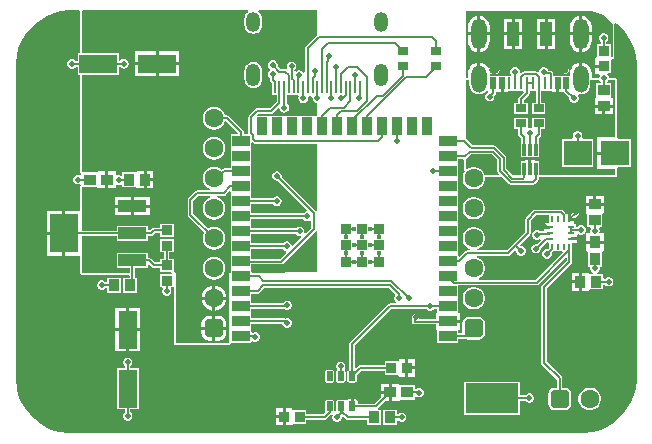
<source format=gtl>
G04*
G04 #@! TF.GenerationSoftware,Altium Limited,Altium Designer,25.2.1 (25)*
G04*
G04 Layer_Physical_Order=1*
G04 Layer_Color=255*
%FSLAX25Y25*%
%MOIN*%
G70*
G04*
G04 #@! TF.SameCoordinates,1EA917CA-CC95-4D02-909B-EEF24D63748B*
G04*
G04*
G04 #@! TF.FilePolarity,Positive*
G04*
G01*
G75*
%ADD21R,0.05906X0.03543*%
%ADD22R,0.03543X0.05906*%
%ADD23R,0.03543X0.03543*%
%ADD24R,0.09646X0.08465*%
%ADD25R,0.00906X0.03937*%
%ADD26R,0.03937X0.03543*%
%ADD27R,0.03347X0.02756*%
%ADD28R,0.03812X0.03963*%
%ADD29R,0.03543X0.03937*%
%ADD30R,0.03937X0.07874*%
%ADD31R,0.01063X0.03937*%
%ADD32R,0.02047X0.03937*%
%ADD33R,0.01181X0.03898*%
%ADD34R,0.12598X0.06299*%
%ADD35R,0.03740X0.03347*%
%ADD36R,0.03347X0.03740*%
G04:AMPARAMS|DCode=37|XSize=21.65mil|YSize=31.5mil|CornerRadius=1.95mil|HoleSize=0mil|Usage=FLASHONLY|Rotation=0.000|XOffset=0mil|YOffset=0mil|HoleType=Round|Shape=RoundedRectangle|*
%AMROUNDEDRECTD37*
21,1,0.02165,0.02760,0,0,0.0*
21,1,0.01776,0.03150,0,0,0.0*
1,1,0.00390,0.00888,-0.01380*
1,1,0.00390,-0.00888,-0.01380*
1,1,0.00390,-0.00888,0.01380*
1,1,0.00390,0.00888,0.01380*
%
%ADD37ROUNDEDRECTD37*%
%ADD38R,0.09449X0.03937*%
%ADD39R,0.09449X0.12992*%
%ADD40R,0.03963X0.03812*%
%ADD41R,0.06299X0.12598*%
G04:AMPARAMS|DCode=65|XSize=33.47mil|YSize=23.62mil|CornerRadius=11.81mil|HoleSize=0mil|Usage=FLASHONLY|Rotation=180.000|XOffset=0mil|YOffset=0mil|HoleType=Round|Shape=RoundedRectangle|*
%AMROUNDEDRECTD65*
21,1,0.03347,0.00000,0,0,180.0*
21,1,0.00984,0.02362,0,0,180.0*
1,1,0.02362,-0.00492,0.00000*
1,1,0.02362,0.00492,0.00000*
1,1,0.02362,0.00492,0.00000*
1,1,0.02362,-0.00492,0.00000*
%
%ADD65ROUNDEDRECTD65*%
%ADD66C,0.02362*%
G04:AMPARAMS|DCode=67|XSize=51.18mil|YSize=102.36mil|CornerRadius=25.59mil|HoleSize=0mil|Usage=FLASHONLY|Rotation=180.000|XOffset=0mil|YOffset=0mil|HoleType=Round|Shape=RoundedRectangle|*
%AMROUNDEDRECTD67*
21,1,0.05118,0.05118,0,0,180.0*
21,1,0.00000,0.10236,0,0,180.0*
1,1,0.05118,0.00000,0.02559*
1,1,0.05118,0.00000,0.02559*
1,1,0.05118,0.00000,-0.02559*
1,1,0.05118,0.00000,-0.02559*
%
%ADD67ROUNDEDRECTD67*%
G04:AMPARAMS|DCode=68|XSize=51.18mil|YSize=90.55mil|CornerRadius=25.59mil|HoleSize=0mil|Usage=FLASHONLY|Rotation=180.000|XOffset=0mil|YOffset=0mil|HoleType=Round|Shape=RoundedRectangle|*
%AMROUNDEDRECTD68*
21,1,0.05118,0.03937,0,0,180.0*
21,1,0.00000,0.09055,0,0,180.0*
1,1,0.05118,0.00000,0.01968*
1,1,0.05118,0.00000,0.01968*
1,1,0.05118,0.00000,-0.01968*
1,1,0.05118,0.00000,-0.01968*
%
%ADD68ROUNDEDRECTD68*%
%ADD69R,0.17717X0.09961*%
%ADD70R,0.01870X0.00984*%
%ADD71R,0.00984X0.01870*%
%ADD72C,0.00600*%
%ADD73C,0.01575*%
%ADD74C,0.06299*%
G04:AMPARAMS|DCode=75|XSize=62.99mil|YSize=62.99mil|CornerRadius=15.75mil|HoleSize=0mil|Usage=FLASHONLY|Rotation=0.000|XOffset=0mil|YOffset=0mil|HoleType=Round|Shape=RoundedRectangle|*
%AMROUNDEDRECTD75*
21,1,0.06299,0.03150,0,0,0.0*
21,1,0.03150,0.06299,0,0,0.0*
1,1,0.03150,0.01575,-0.01575*
1,1,0.03150,-0.01575,-0.01575*
1,1,0.03150,-0.01575,0.01575*
1,1,0.03150,0.01575,0.01575*
%
%ADD75ROUNDEDRECTD75*%
%ADD76O,0.04724X0.07480*%
%ADD77O,0.04724X0.06693*%
G04:AMPARAMS|DCode=78|XSize=62.99mil|YSize=62.99mil|CornerRadius=15.75mil|HoleSize=0mil|Usage=FLASHONLY|Rotation=90.000|XOffset=0mil|YOffset=0mil|HoleType=Round|Shape=RoundedRectangle|*
%AMROUNDEDRECTD78*
21,1,0.06299,0.03150,0,0,90.0*
21,1,0.03150,0.06299,0,0,90.0*
1,1,0.03150,0.01575,0.01575*
1,1,0.03150,0.01575,-0.01575*
1,1,0.03150,-0.01575,-0.01575*
1,1,0.03150,-0.01575,0.01575*
%
%ADD78ROUNDEDRECTD78*%
%ADD79C,0.01968*%
G36*
X101378Y133656D02*
X101179Y133523D01*
X97545Y129889D01*
X97346Y129591D01*
X97276Y129240D01*
Y121172D01*
X96776Y121020D01*
X96511Y121417D01*
X95987Y121766D01*
X95370Y121889D01*
X94753Y121766D01*
X94242Y121425D01*
X94187Y121444D01*
X93777Y121713D01*
X93765Y122013D01*
X93936Y122127D01*
X94285Y122650D01*
X94408Y123268D01*
X94285Y123885D01*
X93936Y124409D01*
X93412Y124759D01*
X92795Y124881D01*
X92177Y124759D01*
X91654Y124409D01*
X91304Y123885D01*
X91181Y123268D01*
X91292Y122710D01*
X91127Y122484D01*
X90935Y122303D01*
X90776Y122334D01*
X89133D01*
X88109Y123358D01*
X88161Y123622D01*
X88038Y124240D01*
X87689Y124763D01*
X87165Y125113D01*
X86548Y125236D01*
X85930Y125113D01*
X85407Y124763D01*
X85057Y124240D01*
X84934Y123622D01*
X85057Y123004D01*
X85407Y122481D01*
X85606Y122348D01*
Y121747D01*
X85407Y121613D01*
X85057Y121090D01*
X84934Y120472D01*
X85057Y119855D01*
X85407Y119331D01*
X85630Y119182D01*
Y118753D01*
X85700Y118402D01*
X85899Y118104D01*
X86252Y117751D01*
Y113673D01*
X87862D01*
Y111443D01*
X85604Y109185D01*
X81245D01*
X80894Y109116D01*
X80596Y108917D01*
X78682Y107003D01*
X78483Y106705D01*
X78413Y106354D01*
Y101048D01*
X78431Y100961D01*
X78085Y100461D01*
X76902D01*
Y101240D01*
X76832Y101591D01*
X76633Y101889D01*
X72007Y106515D01*
X71709Y106714D01*
X71358Y106784D01*
X70590D01*
X70582Y106845D01*
X70205Y107757D01*
X69604Y108540D01*
X68820Y109141D01*
X67908Y109519D01*
X66929Y109648D01*
X65950Y109519D01*
X65038Y109141D01*
X64255Y108540D01*
X63654Y107757D01*
X63276Y106845D01*
X63147Y105866D01*
X63276Y104887D01*
X63654Y103975D01*
X64255Y103192D01*
X65038Y102591D01*
X65950Y102213D01*
X66929Y102084D01*
X67908Y102213D01*
X68820Y102591D01*
X69604Y103192D01*
X70205Y103975D01*
X70543Y104792D01*
X70916Y104859D01*
X71081Y104845D01*
X74966Y100961D01*
X74823Y100461D01*
X72531D01*
Y95961D01*
X72531Y95917D01*
Y95461D01*
X72531Y95417D01*
Y90961D01*
X72531Y90917D01*
Y90461D01*
X72531Y90417D01*
Y89107D01*
X70360D01*
X70009Y89037D01*
X69712Y88838D01*
X69496Y88623D01*
X68820Y89141D01*
X67908Y89519D01*
X66929Y89648D01*
X65950Y89519D01*
X65038Y89141D01*
X64255Y88540D01*
X63654Y87757D01*
X63276Y86845D01*
X63147Y85866D01*
X63276Y84887D01*
X63654Y83975D01*
X64255Y83192D01*
X65038Y82591D01*
X65708Y82314D01*
X65608Y81814D01*
X61211D01*
X60860Y81744D01*
X60562Y81545D01*
X58406Y79389D01*
X58207Y79091D01*
X58138Y78740D01*
Y73740D01*
X58207Y73389D01*
X58406Y73091D01*
X63692Y67806D01*
X63654Y67757D01*
X63276Y66845D01*
X63147Y65866D01*
X63276Y64887D01*
X63654Y63975D01*
X64255Y63192D01*
X65038Y62591D01*
X65950Y62213D01*
X66929Y62084D01*
X67908Y62213D01*
X68820Y62591D01*
X69604Y63192D01*
X70205Y63975D01*
X70582Y64887D01*
X70711Y65866D01*
X70582Y66845D01*
X70205Y67757D01*
X69604Y68540D01*
X68820Y69141D01*
X67908Y69519D01*
X66929Y69648D01*
X65950Y69519D01*
X65038Y69141D01*
X64989Y69104D01*
X59973Y74120D01*
Y78360D01*
X61591Y79978D01*
X65752D01*
X65851Y79478D01*
X65038Y79141D01*
X64255Y78540D01*
X63654Y77757D01*
X63276Y76845D01*
X63147Y75866D01*
X63276Y74887D01*
X63654Y73975D01*
X64255Y73192D01*
X65038Y72591D01*
X65950Y72213D01*
X66929Y72084D01*
X67908Y72213D01*
X68820Y72591D01*
X69604Y73192D01*
X70205Y73975D01*
X70582Y74887D01*
X70711Y75866D01*
X70582Y76845D01*
X70205Y77757D01*
X69604Y78540D01*
X68820Y79141D01*
X68007Y79478D01*
X68106Y79978D01*
X70147D01*
X70499Y80048D01*
X70796Y80247D01*
X72070Y81520D01*
X72531Y81329D01*
Y80961D01*
X72531Y80918D01*
Y80461D01*
X72531Y80418D01*
Y75961D01*
X72531Y75918D01*
Y75461D01*
X72531Y75418D01*
Y70961D01*
X72531Y70917D01*
Y70461D01*
X72531Y70417D01*
Y65961D01*
X72531Y65917D01*
Y65461D01*
X72531Y65417D01*
Y60918D01*
X72531D01*
Y60461D01*
X72531D01*
Y55961D01*
X72531Y55918D01*
Y55461D01*
X72531Y55418D01*
Y54422D01*
X71929Y54420D01*
Y30866D01*
X54245D01*
Y54384D01*
X53918Y54383D01*
X53551Y54883D01*
Y59052D01*
X52099D01*
Y61214D01*
X53551D01*
Y65561D01*
X48811D01*
Y61214D01*
X50263D01*
Y59052D01*
X48811D01*
Y57796D01*
X47230D01*
X45924Y59102D01*
X45627Y59301D01*
X45276Y59371D01*
X44988D01*
Y60922D01*
X34539D01*
Y55985D01*
X38846D01*
Y54352D01*
X23189Y54320D01*
X22835Y54673D01*
Y66591D01*
X34539D01*
Y65040D01*
X44988D01*
Y66591D01*
X45853D01*
X46204Y66660D01*
X46502Y66859D01*
X47230Y67588D01*
X48811D01*
Y66332D01*
X53551D01*
Y70679D01*
X48811D01*
Y69423D01*
X46850D01*
X46499Y69353D01*
X46201Y69155D01*
X45488Y68441D01*
X44988Y68463D01*
Y69977D01*
X34539D01*
Y68426D01*
X22835D01*
Y82578D01*
X23007Y83006D01*
X27723D01*
X27970Y83006D01*
X28223Y82611D01*
Y82506D01*
X30704D01*
Y85412D01*
Y88318D01*
X28223D01*
Y88213D01*
X27970Y87818D01*
X27723Y87818D01*
X23007D01*
X22835Y88247D01*
Y120358D01*
X35146D01*
Y122806D01*
X35646Y122957D01*
X35706Y122867D01*
X36230Y122517D01*
X36847Y122394D01*
X37465Y122517D01*
X37988Y122867D01*
X38338Y123390D01*
X38461Y124008D01*
X38338Y124625D01*
X37988Y125149D01*
X37465Y125499D01*
X36847Y125622D01*
X36230Y125499D01*
X35706Y125149D01*
X35646Y125059D01*
X35146Y125210D01*
Y127657D01*
X22835D01*
Y141591D01*
X23173Y141929D01*
X78181D01*
X78350Y141429D01*
X77907Y141089D01*
X77432Y140470D01*
X77134Y139750D01*
X77032Y138976D01*
Y137008D01*
X77134Y136235D01*
X77432Y135514D01*
X77907Y134895D01*
X78526Y134420D01*
X79246Y134122D01*
X80020Y134020D01*
X80793Y134122D01*
X81514Y134420D01*
X82133Y134895D01*
X82607Y135514D01*
X82906Y136235D01*
X83008Y137008D01*
Y138976D01*
X82906Y139750D01*
X82607Y140470D01*
X82133Y141089D01*
X81689Y141429D01*
X81859Y141929D01*
X101378D01*
Y133656D01*
D02*
G37*
G36*
X192668Y141591D02*
X195059Y140950D01*
X197018Y140138D01*
X199803Y137354D01*
Y126309D01*
X199721Y126275D01*
X199658Y126284D01*
X199221Y126614D01*
Y130461D01*
X197768D01*
Y131226D01*
X198192Y131650D01*
X198433Y132232D01*
Y132862D01*
X198192Y133443D01*
X197747Y133889D01*
X197165Y134130D01*
X196535D01*
X195954Y133889D01*
X195508Y133443D01*
X195267Y132862D01*
Y132232D01*
X195508Y131650D01*
X195932Y131226D01*
Y130461D01*
X194480D01*
Y126343D01*
X194480Y126114D01*
X194093Y125843D01*
X193980D01*
Y123669D01*
X196851D01*
Y122669D01*
X193980D01*
Y120496D01*
X195188D01*
X195459Y119996D01*
X195302Y119616D01*
Y119267D01*
X192842D01*
Y120915D01*
X192719Y121844D01*
X192361Y122710D01*
X191790Y123454D01*
X191047Y124024D01*
X190181Y124383D01*
X189752Y124439D01*
Y118947D01*
X188752D01*
Y124439D01*
X188323Y124383D01*
X187457Y124024D01*
X186714Y123454D01*
X186143Y122710D01*
X185785Y121844D01*
X185662Y120915D01*
Y119939D01*
X180052D01*
Y120809D01*
X179982Y121160D01*
X179783Y121458D01*
X179485Y121657D01*
X179134Y121727D01*
X178382D01*
X178163Y122257D01*
X177717Y122702D01*
X177136Y122943D01*
X176506D01*
X175924Y122702D01*
X175479Y122257D01*
X175238Y121675D01*
Y121503D01*
X175110Y121393D01*
X174738Y121256D01*
X174562Y121374D01*
X174210Y121444D01*
X173327D01*
X173327Y121444D01*
X172247D01*
X172244Y121444D01*
X172242Y121444D01*
X170214D01*
X169863Y121374D01*
X169565Y121175D01*
X169405Y121015D01*
X168905Y121222D01*
Y121537D01*
X168665Y122118D01*
X168219Y122564D01*
X167638Y122804D01*
X167008D01*
X166426Y122564D01*
X165981Y122118D01*
X165740Y121537D01*
Y120907D01*
X165934Y120439D01*
X165714Y119939D01*
X158826D01*
Y120524D01*
X159326Y120792D01*
X159480Y120689D01*
X159941Y120597D01*
X160925D01*
X161386Y120689D01*
X161777Y120950D01*
X162038Y121340D01*
X162129Y121801D01*
X162038Y122262D01*
X161777Y122653D01*
X161386Y122914D01*
X160925Y123005D01*
X159941D01*
X159480Y122914D01*
X159089Y122653D01*
X158979Y122487D01*
X158414Y122543D01*
X158345Y122710D01*
X157775Y123454D01*
X157031Y124024D01*
X156165Y124383D01*
X155736Y124439D01*
Y118947D01*
X154736D01*
Y124439D01*
X154307Y124383D01*
X153441Y124024D01*
X152698Y123454D01*
X152127Y122710D01*
X151769Y121844D01*
X151646Y120915D01*
Y119267D01*
X151120D01*
X150961Y119426D01*
X150961Y141638D01*
X191672Y141722D01*
X192668Y141591D01*
D02*
G37*
G36*
X200787Y99445D02*
X194704D01*
Y94713D01*
X200527D01*
Y93713D01*
X194704D01*
Y88981D01*
X200787D01*
Y86900D01*
X200733Y86845D01*
X175301D01*
Y91524D01*
X173832D01*
Y92024D01*
X172742D01*
Y89075D01*
X171742D01*
Y92024D01*
X170651D01*
Y91524D01*
X169183D01*
Y86845D01*
X166568D01*
X164399Y89014D01*
Y92700D01*
X164329Y93051D01*
X164130Y93349D01*
X160964Y96515D01*
X160666Y96714D01*
X160315Y96784D01*
X153209D01*
X152997Y96996D01*
X152803Y97126D01*
X151090Y98838D01*
X150917Y98954D01*
X151120Y118617D01*
X152050D01*
Y116978D01*
X152158Y116154D01*
X152477Y115385D01*
X152983Y114725D01*
X153643Y114219D01*
X154412Y113900D01*
X155236Y113792D01*
X156061Y113900D01*
X156829Y114219D01*
X157489Y114725D01*
X157809Y115141D01*
X158371Y115053D01*
X158444Y114849D01*
X158319Y114584D01*
X157942Y114428D01*
X157497Y113982D01*
X157256Y113401D01*
Y112771D01*
X157497Y112189D01*
X157942Y111744D01*
X158524Y111503D01*
X159153D01*
X159735Y111744D01*
X160180Y112189D01*
X160421Y112771D01*
Y113371D01*
X160688Y113638D01*
X160887Y113935D01*
X160957Y114287D01*
X160957Y114287D01*
X160969Y114502D01*
X162492D01*
Y117471D01*
X163492D01*
Y114502D01*
X165016D01*
Y115002D01*
X170124D01*
X170252Y114502D01*
X168643Y112893D01*
X168444Y112595D01*
X168374Y112244D01*
Y111012D01*
X167118D01*
Y107256D01*
X171465D01*
Y111012D01*
X170209D01*
Y111864D01*
X171909Y113564D01*
X172108Y113861D01*
X172178Y114213D01*
Y115002D01*
X174279D01*
Y111012D01*
X173024D01*
Y107256D01*
X177370D01*
Y111012D01*
X176114D01*
Y115002D01*
X179472D01*
Y114502D01*
X180996D01*
Y117471D01*
X181996D01*
Y114502D01*
X183520D01*
Y114502D01*
X183941Y114313D01*
X185425Y112829D01*
Y112230D01*
X185666Y111648D01*
X186111Y111203D01*
X186693Y110962D01*
X187323D01*
X187904Y111203D01*
X188350Y111648D01*
X188591Y112230D01*
Y112859D01*
X188365Y113405D01*
X188435Y113577D01*
X188623Y113875D01*
X189252Y113792D01*
X190077Y113900D01*
X190845Y114219D01*
X191505Y114725D01*
X192011Y115385D01*
X192330Y116154D01*
X192438Y116978D01*
Y118617D01*
X195454D01*
X195543Y118404D01*
X195933Y118014D01*
Y117473D01*
X194382D01*
Y113159D01*
X194382Y112930D01*
X193994Y112659D01*
X193882D01*
Y110387D01*
X199819D01*
Y112659D01*
X199706D01*
X199319Y112930D01*
X199319Y113159D01*
Y117473D01*
X197815D01*
X197795Y117973D01*
X198226Y118404D01*
X198314Y118617D01*
X200787D01*
Y99445D01*
D02*
G37*
G36*
X95264Y113232D02*
X95217Y113162D01*
X95094Y112544D01*
X95217Y111927D01*
X95567Y111403D01*
X96091Y111054D01*
X96708Y110931D01*
X97326Y111054D01*
X97849Y111403D01*
X98199Y111927D01*
X98322Y112544D01*
X98291Y112698D01*
X98707Y113173D01*
X99453D01*
X99863Y112673D01*
X99838Y112544D01*
X99961Y111927D01*
X100310Y111403D01*
X100834Y111053D01*
X101378Y110945D01*
Y106563D01*
X100705D01*
X100661Y106563D01*
X100205D01*
X100161Y106563D01*
X95705D01*
X95661Y106563D01*
X95205D01*
X95161Y106563D01*
X90705D01*
X90661Y106563D01*
X90205D01*
X90161Y106563D01*
X85705D01*
X85661Y106563D01*
X85205D01*
X85161Y106563D01*
X81527D01*
X81340Y107001D01*
X81628Y107350D01*
X85984D01*
X86335Y107420D01*
X86633Y107619D01*
X88256Y109242D01*
X88798Y109077D01*
X88863Y108750D01*
X89213Y108227D01*
X89737Y107877D01*
X90354Y107754D01*
X90972Y107877D01*
X91496Y108227D01*
X91845Y108750D01*
X91968Y109368D01*
X91845Y109985D01*
X91496Y110509D01*
X91272Y110658D01*
Y113673D01*
X95029D01*
X95264Y113232D01*
D02*
G37*
G36*
X161452Y91864D02*
Y88189D01*
X161522Y87838D01*
X161721Y87540D01*
X161955Y87307D01*
X161763Y86845D01*
X157163D01*
X157037Y87313D01*
X156544Y88169D01*
X155845Y88867D01*
X154990Y89360D01*
X154037Y89616D01*
X153050D01*
X152096Y89360D01*
X151314Y88909D01*
X151173Y88929D01*
X151109Y88955D01*
X150817Y89149D01*
X150849Y92323D01*
X150943Y92341D01*
X151240Y92540D01*
X152549Y93849D01*
X159468D01*
X161452Y91864D01*
D02*
G37*
G36*
X80060Y97666D02*
X80357Y97467D01*
X80709Y97398D01*
X101378D01*
Y75113D01*
X100878Y74961D01*
X100866Y74979D01*
X89494Y86351D01*
X89547Y86614D01*
X89424Y87232D01*
X89074Y87755D01*
X88551Y88105D01*
X87933Y88228D01*
X87315Y88105D01*
X86792Y87755D01*
X86442Y87232D01*
X86319Y86614D01*
X86442Y85997D01*
X86792Y85473D01*
X87315Y85123D01*
X87933Y85000D01*
X88197Y85053D01*
X97969Y75281D01*
X97963Y75211D01*
X97772Y74771D01*
X97315Y74680D01*
X96792Y74330D01*
X96643Y74107D01*
X79437D01*
Y75418D01*
X79437Y75461D01*
Y75918D01*
X79437Y75961D01*
Y77271D01*
X86624D01*
X86773Y77048D01*
X87297Y76698D01*
X87914Y76575D01*
X88532Y76698D01*
X89055Y77048D01*
X89405Y77572D01*
X89528Y78189D01*
X89405Y78807D01*
X89055Y79330D01*
X88532Y79680D01*
X87914Y79803D01*
X87297Y79680D01*
X86773Y79330D01*
X86624Y79107D01*
X79437D01*
Y80418D01*
X79437Y80461D01*
Y80918D01*
X79437Y80961D01*
Y85417D01*
X79437Y85461D01*
Y85918D01*
X79437Y85961D01*
Y90417D01*
X79437Y90461D01*
Y90917D01*
X79437Y90961D01*
Y95417D01*
X79437Y95461D01*
Y95917D01*
X79437Y95961D01*
Y97636D01*
X79899Y97827D01*
X80060Y97666D01*
D02*
G37*
G36*
X178535Y71037D02*
X176952D01*
Y70045D01*
X178887D01*
Y69045D01*
X176952D01*
Y68332D01*
X175559D01*
X175000Y68563D01*
X174371D01*
X173789Y68322D01*
X173344Y67877D01*
X173103Y67295D01*
Y66666D01*
X173344Y66084D01*
X173789Y65639D01*
X174371Y65398D01*
X175000D01*
X175582Y65639D01*
X175924Y65281D01*
X174655Y64012D01*
X174056D01*
X173474Y63771D01*
X173029Y63326D01*
X172788Y62744D01*
Y62115D01*
X173029Y61533D01*
X173474Y61088D01*
X174056Y60847D01*
X174685D01*
X175267Y61088D01*
X175712Y61533D01*
X175953Y62115D01*
Y62714D01*
X177854Y64615D01*
X178110D01*
X178535Y64434D01*
Y62631D01*
X178173Y62269D01*
X177573D01*
X176992Y62028D01*
X176546Y61583D01*
X176305Y61001D01*
Y60372D01*
X176546Y59790D01*
X176992Y59345D01*
X177573Y59104D01*
X178203D01*
X178785Y59345D01*
X179230Y59790D01*
X179471Y60372D01*
Y60971D01*
X180064Y61564D01*
X183043D01*
X183234Y61102D01*
X174089Y51957D01*
X155272D01*
X155138Y52457D01*
X155845Y52866D01*
X156544Y53564D01*
X157037Y54419D01*
X157293Y55373D01*
Y56360D01*
X157037Y57314D01*
X156544Y58169D01*
X155845Y58867D01*
X154990Y59360D01*
X154661Y59448D01*
X154727Y59948D01*
X164929D01*
X165280Y60018D01*
X165578Y60217D01*
X167209Y61848D01*
X167709Y61641D01*
Y61331D01*
X167950Y60750D01*
X168395Y60304D01*
X168977Y60063D01*
X169606D01*
X170188Y60304D01*
X170633Y60750D01*
X170874Y61331D01*
Y61961D01*
X170633Y62542D01*
X170188Y62988D01*
X169606Y63229D01*
X169296D01*
X169089Y63729D01*
X172190Y66830D01*
X172389Y67128D01*
X172459Y67479D01*
Y71642D01*
X174365Y73548D01*
X178535D01*
Y71037D01*
D02*
G37*
G36*
X96792Y72048D02*
X97315Y71698D01*
X97933Y71575D01*
X98550Y71698D01*
X98800Y71865D01*
X99300Y71597D01*
Y69298D01*
X97491Y67490D01*
X97030Y67736D01*
X97106Y68116D01*
X96983Y68733D01*
X96633Y69257D01*
X96110Y69607D01*
X95492Y69729D01*
X94875Y69607D01*
X94351Y69257D01*
X94251Y69107D01*
X79437D01*
Y70417D01*
X79437Y70461D01*
Y70917D01*
X79437Y70961D01*
Y72272D01*
X96643D01*
X96792Y72048D01*
D02*
G37*
G36*
X94351Y66975D02*
X94875Y66625D01*
X95492Y66502D01*
X95872Y66578D01*
X96118Y66117D01*
X93349Y63348D01*
X92807Y63513D01*
X92748Y63807D01*
X92399Y64330D01*
X91875Y64680D01*
X91258Y64803D01*
X90640Y64680D01*
X90117Y64330D01*
X89967Y64107D01*
X79437D01*
Y65417D01*
X79437Y65461D01*
Y65917D01*
X79437Y65961D01*
Y67272D01*
X94153D01*
X94351Y66975D01*
D02*
G37*
G36*
X90117Y62048D02*
X90640Y61698D01*
X90934Y61640D01*
X91098Y61097D01*
X88990Y58989D01*
X79437D01*
Y60461D01*
X79437D01*
Y60918D01*
X79437D01*
Y62271D01*
X89967D01*
X90117Y62048D01*
D02*
G37*
G36*
X101378Y68136D02*
Y54594D01*
X101331Y54481D01*
X79791Y54436D01*
X79437Y54790D01*
Y55418D01*
X79437Y55461D01*
Y55918D01*
X79437Y55961D01*
Y57153D01*
X89370D01*
X89721Y57223D01*
X90019Y57422D01*
X100866Y68269D01*
X100878Y68287D01*
X101378Y68136D01*
D02*
G37*
G36*
X22185Y141591D02*
Y127657D01*
X21547D01*
Y124925D01*
X21006D01*
X20582Y125350D01*
X20000Y125591D01*
X19370D01*
X18789Y125350D01*
X18343Y124904D01*
X18102Y124323D01*
Y123693D01*
X18343Y123111D01*
X18789Y122666D01*
X19370Y122425D01*
X20000D01*
X20582Y122666D01*
X21006Y123090D01*
X21547D01*
Y120358D01*
X22185D01*
Y88247D01*
X22233Y88130D01*
X22232Y88004D01*
X22405Y87575D01*
X22498Y87481D01*
X22548Y87359D01*
X22665Y87311D01*
X22704Y87271D01*
X22708Y87103D01*
X22706Y87100D01*
X22214Y86807D01*
X21862Y86953D01*
X21232D01*
X20651Y86712D01*
X20206Y86267D01*
X19964Y85685D01*
Y85055D01*
X20206Y84474D01*
X20651Y84028D01*
X21232Y83787D01*
X21862D01*
X22127Y83897D01*
X22658Y83589D01*
X22658Y83583D01*
X22631Y83500D01*
X22548Y83465D01*
X22498Y83343D01*
X22405Y83249D01*
X22232Y82821D01*
X22233Y82695D01*
X22185Y82578D01*
Y75004D01*
X17429D01*
Y67508D01*
X16929D01*
D01*
X17429D01*
Y60012D01*
X22185D01*
Y54673D01*
X22185Y54673D01*
X22185Y54672D01*
X22280Y54445D01*
X22375Y54214D01*
X22376Y54214D01*
X22376Y54214D01*
X22730Y53860D01*
X22730Y53860D01*
X22730Y53860D01*
X22958Y53766D01*
X23189Y53671D01*
X23189Y53671D01*
X23190Y53671D01*
X38492Y53702D01*
X38846Y53349D01*
Y52665D01*
X36605D01*
Y47728D01*
X41148D01*
Y52665D01*
X40681D01*
Y55985D01*
X44988D01*
Y56789D01*
X45450Y56981D01*
X46201Y56230D01*
X46499Y56031D01*
X46850Y55961D01*
X48811D01*
Y54705D01*
X52682D01*
X52836Y54427D01*
X52559Y53933D01*
X48811D01*
Y49587D01*
X49654D01*
X49861Y49087D01*
X49839Y49065D01*
X49598Y48483D01*
Y47854D01*
X49839Y47272D01*
X50284Y46827D01*
X50866Y46586D01*
X51496D01*
X52077Y46827D01*
X52523Y47272D01*
X52763Y47854D01*
Y48483D01*
X52523Y49065D01*
X52501Y49087D01*
X52708Y49587D01*
X53551D01*
X53595Y49105D01*
Y30866D01*
X53785Y30407D01*
X54245Y30217D01*
X71929D01*
X72388Y30407D01*
X72579Y30866D01*
Y30918D01*
X79437D01*
Y31260D01*
X79937Y31553D01*
X80281Y31410D01*
X80911D01*
X81492Y31651D01*
X81938Y32096D01*
X82178Y32678D01*
Y33308D01*
X81938Y33889D01*
X81492Y34335D01*
X80911Y34576D01*
X80281D01*
X79937Y34433D01*
X79437Y34725D01*
X79437Y34726D01*
Y35461D01*
X79437D01*
Y35917D01*
X79437D01*
Y37271D01*
X89789D01*
X90025Y36702D01*
X90470Y36257D01*
X91052Y36016D01*
X91682D01*
X92264Y36257D01*
X92709Y36702D01*
X92950Y37284D01*
Y37913D01*
X92709Y38495D01*
X92264Y38940D01*
X91682Y39181D01*
X91052D01*
X90842Y39094D01*
X90776Y39107D01*
X79437D01*
Y40461D01*
X79437D01*
Y40918D01*
X79437D01*
Y42272D01*
X90380D01*
X90470Y42181D01*
X91052Y41940D01*
X91682D01*
X92264Y42181D01*
X92709Y42626D01*
X92950Y43208D01*
Y43837D01*
X92709Y44419D01*
X92264Y44864D01*
X91682Y45105D01*
X91052D01*
X90470Y44864D01*
X90025Y44419D01*
X89896Y44107D01*
X79437D01*
Y45461D01*
X79437D01*
Y45917D01*
X79437D01*
Y47429D01*
X81517D01*
X81868Y47499D01*
X82166Y47698D01*
X83747Y49279D01*
X125140D01*
X127449Y46970D01*
X127241Y46763D01*
X127000Y46181D01*
Y45551D01*
X127241Y44970D01*
X127604Y44607D01*
X127513Y44218D01*
X127451Y44107D01*
X125517D01*
X125165Y44037D01*
X124868Y43838D01*
X112314Y31284D01*
X112115Y30986D01*
X112045Y30635D01*
Y21929D01*
X111804Y21881D01*
X111574Y21727D01*
X111420Y21497D01*
X111366Y21226D01*
Y18467D01*
X111420Y18195D01*
X111574Y17966D01*
X111804Y17812D01*
X112075Y17758D01*
X113850D01*
X114121Y17812D01*
X114351Y17966D01*
X114505Y18195D01*
X114559Y18467D01*
Y20145D01*
X116135Y21721D01*
X123851D01*
Y20269D01*
X127969D01*
X128197Y20269D01*
X128469Y19881D01*
Y19769D01*
X130642D01*
Y22639D01*
Y25509D01*
X128469D01*
Y25396D01*
X128197Y25009D01*
X127969Y25009D01*
X123851D01*
Y23556D01*
X115755D01*
X115404Y23486D01*
X115106Y23288D01*
X114342Y22524D01*
X113880Y22715D01*
Y30255D01*
X125897Y42272D01*
X137742D01*
X138166Y41847D01*
X138748Y41607D01*
X139378D01*
X139959Y41847D01*
X140384Y42272D01*
X141429D01*
Y40961D01*
X140929D01*
Y38946D01*
X135313D01*
X135185Y39098D01*
X134998Y39446D01*
X135048Y39696D01*
X134978Y40047D01*
X134779Y40345D01*
X134481Y40544D01*
X134130Y40613D01*
X133779Y40544D01*
X133481Y40345D01*
X133251Y40115D01*
X133052Y39817D01*
X132983Y39466D01*
Y38028D01*
X133052Y37677D01*
X133251Y37379D01*
X133549Y37180D01*
X133900Y37111D01*
X140929D01*
Y35418D01*
X141429D01*
Y30918D01*
X148335D01*
Y32272D01*
X150866D01*
X151028Y32304D01*
X151120Y32243D01*
X151968Y32074D01*
X155118D01*
X155967Y32243D01*
X156686Y32723D01*
X157167Y33443D01*
X157335Y34291D01*
Y37441D01*
X157167Y38289D01*
X156686Y39009D01*
X155967Y39490D01*
X155118Y39658D01*
X151968D01*
X151120Y39490D01*
X150400Y39009D01*
X149920Y38289D01*
X149751Y37441D01*
Y34291D01*
X149600Y34107D01*
X148335D01*
Y35418D01*
X148835D01*
Y37689D01*
X144882D01*
Y38689D01*
X148835D01*
Y40961D01*
X148335D01*
Y45417D01*
X148335Y45461D01*
Y45917D01*
X148335Y45961D01*
Y50122D01*
X174469D01*
X174820Y50192D01*
X175118Y50391D01*
X184053Y59326D01*
X184515Y59134D01*
Y58330D01*
X176315Y50130D01*
X176116Y49833D01*
X176047Y49482D01*
Y24366D01*
X176116Y24015D01*
X176315Y23717D01*
X181267Y18766D01*
Y16105D01*
X180610D01*
X179761Y15936D01*
X179042Y15455D01*
X178561Y14736D01*
X178392Y13887D01*
Y10738D01*
X178561Y9889D01*
X179042Y9170D01*
X179761Y8689D01*
X180610Y8520D01*
X183759D01*
X184608Y8689D01*
X185327Y9170D01*
X185808Y9889D01*
X185977Y10738D01*
Y13887D01*
X185808Y14736D01*
X185327Y15455D01*
X184608Y15936D01*
X183759Y16105D01*
X183102D01*
Y19146D01*
X183032Y19497D01*
X182833Y19794D01*
X177882Y24746D01*
Y49102D01*
X186081Y57301D01*
X186280Y57599D01*
X186350Y57950D01*
Y61564D01*
X186425D01*
Y64116D01*
X188007D01*
Y65108D01*
X186072D01*
Y66108D01*
X188007D01*
Y66963D01*
X188144Y67103D01*
X188429Y67289D01*
X188937Y67078D01*
X189567D01*
X190149Y67319D01*
X190594Y67764D01*
X190835Y68346D01*
Y68976D01*
X190594Y69557D01*
X190149Y70003D01*
X189567Y70244D01*
X188937D01*
X188356Y70003D01*
X188007Y69654D01*
X187554Y69779D01*
X187507Y69808D01*
Y70537D01*
X186925D01*
Y71653D01*
X185607D01*
X185597Y71677D01*
X185433Y71745D01*
Y72153D01*
X184933D01*
Y74088D01*
X184141D01*
X184113Y74131D01*
X183129Y75115D01*
X182831Y75314D01*
X182480Y75384D01*
X173985D01*
X173634Y75314D01*
X173337Y75115D01*
X170893Y72671D01*
X170694Y72373D01*
X170624Y72022D01*
Y67859D01*
X166772Y64008D01*
X164549Y61784D01*
X154727D01*
X154661Y62284D01*
X154990Y62372D01*
X155845Y62866D01*
X156544Y63564D01*
X157037Y64419D01*
X157293Y65373D01*
Y66360D01*
X157037Y67313D01*
X156544Y68168D01*
X155845Y68867D01*
X154990Y69360D01*
X154037Y69616D01*
X153050D01*
X152096Y69360D01*
X151241Y68867D01*
X150543Y68168D01*
X150049Y67313D01*
X149794Y66360D01*
Y65373D01*
X150049Y64419D01*
X150543Y63564D01*
X151241Y62866D01*
X152096Y62372D01*
X152425Y62284D01*
X152360Y61784D01*
X151220D01*
X150869Y61714D01*
X150571Y61515D01*
X148797Y59740D01*
X148335Y59932D01*
Y60417D01*
X148335Y60461D01*
Y60918D01*
X148335Y60961D01*
Y65417D01*
X148335Y65461D01*
Y65917D01*
X148335Y65961D01*
Y70417D01*
X148335Y70461D01*
Y70917D01*
X148335Y70961D01*
Y75418D01*
X148335Y75461D01*
Y75918D01*
X148335Y75961D01*
Y80418D01*
X148335Y80461D01*
Y80918D01*
X148335Y80961D01*
Y85417D01*
X148335Y85461D01*
Y85918D01*
X148335Y85961D01*
Y90417D01*
X148335Y90461D01*
Y90917D01*
X148335Y90961D01*
Y92272D01*
X149844D01*
X150196Y91916D01*
X150167Y89156D01*
X150193Y89091D01*
X150180Y89022D01*
X150283Y88867D01*
X150353Y88695D01*
X150359Y88692D01*
X150503Y88370D01*
X150543Y88169D01*
X150049Y87313D01*
X149794Y86360D01*
Y85373D01*
X150049Y84419D01*
X150543Y83564D01*
X151241Y82866D01*
X152096Y82372D01*
X153050Y82117D01*
X154037D01*
X154990Y82372D01*
X155845Y82866D01*
X156544Y83564D01*
X157037Y84419D01*
X157293Y85373D01*
Y86196D01*
X161763D01*
X161883Y86245D01*
X162012D01*
X162103Y86336D01*
X162222Y86386D01*
X162734Y86528D01*
X165265Y83997D01*
X165562Y83798D01*
X165914Y83728D01*
X173228D01*
X173580Y83798D01*
X173877Y83997D01*
X174859Y84979D01*
X175058Y85276D01*
X175128Y85628D01*
Y86080D01*
X175301Y86196D01*
X200733D01*
X201192Y86386D01*
X201247Y86440D01*
X201437Y86900D01*
Y88981D01*
X201771Y89481D01*
X205850D01*
Y98945D01*
X201771D01*
X201437Y99445D01*
Y118617D01*
X201247Y119077D01*
X200787Y119267D01*
X198467D01*
Y119616D01*
X198226Y120197D01*
X197927Y120496D01*
X198135Y120996D01*
X199221D01*
Y125261D01*
X199241Y125309D01*
X199248Y125319D01*
X199362Y125432D01*
X199599Y125636D01*
X199634Y125632D01*
X199708Y125651D01*
X199749Y125641D01*
X199789Y125665D01*
X199800Y125660D01*
X199803Y125659D01*
X199839Y125674D01*
X199962Y125673D01*
X200045Y125706D01*
X200094Y125753D01*
X200114Y125759D01*
X200134Y125793D01*
X200140Y125798D01*
X200262Y125849D01*
X200263Y125851D01*
X200310Y125965D01*
X200400Y126053D01*
X200402Y126186D01*
X200452Y126309D01*
Y137354D01*
X200427Y137416D01*
X200837Y137731D01*
X201453Y137258D01*
X203203Y135508D01*
X204710Y133544D01*
X205948Y131401D01*
X206895Y129114D01*
X207536Y126723D01*
X207859Y124269D01*
Y123031D01*
Y19685D01*
Y18447D01*
X207536Y15993D01*
X206895Y13602D01*
X205948Y11316D01*
X204710Y9172D01*
X203203Y7208D01*
X201453Y5458D01*
X199489Y3951D01*
X197346Y2714D01*
X195059Y1767D01*
X192668Y1126D01*
X190214Y803D01*
X18447D01*
X15993Y1126D01*
X13602Y1767D01*
X11316Y2714D01*
X9172Y3951D01*
X7208Y5458D01*
X5458Y7208D01*
X3951Y9172D01*
X2714Y11316D01*
X1767Y13602D01*
X1126Y15993D01*
X803Y18447D01*
Y19685D01*
Y123031D01*
Y124269D01*
X1126Y126723D01*
X1767Y129114D01*
X2714Y131401D01*
X3951Y133544D01*
X5458Y135508D01*
X7208Y137258D01*
X9172Y138765D01*
X11316Y140003D01*
X13602Y140950D01*
X15993Y141591D01*
X18447Y141914D01*
X21969D01*
X22185Y141591D01*
D02*
G37*
%LPC*%
G36*
X55331Y128157D02*
X48531D01*
Y124508D01*
X55331D01*
Y128157D01*
D02*
G37*
G36*
X47532D02*
X40732D01*
Y124508D01*
X47532D01*
Y128157D01*
D02*
G37*
G36*
X55331Y123508D02*
X48531D01*
Y119858D01*
X55331D01*
Y123508D01*
D02*
G37*
G36*
X47532D02*
X40732D01*
Y119858D01*
X47532D01*
Y123508D01*
D02*
G37*
G36*
X80020Y124641D02*
X79246Y124539D01*
X78526Y124241D01*
X77907Y123766D01*
X77432Y123147D01*
X77134Y122427D01*
X77032Y121653D01*
Y118898D01*
X77134Y118124D01*
X77432Y117404D01*
X77907Y116785D01*
X78526Y116310D01*
X79246Y116012D01*
X80020Y115910D01*
X80793Y116012D01*
X81514Y116310D01*
X82133Y116785D01*
X82607Y117404D01*
X82906Y118124D01*
X83008Y118898D01*
Y121653D01*
X82906Y122427D01*
X82607Y123147D01*
X82133Y123766D01*
X81514Y124241D01*
X80793Y124539D01*
X80020Y124641D01*
D02*
G37*
G36*
X66929Y99648D02*
X65950Y99519D01*
X65038Y99141D01*
X64255Y98540D01*
X63654Y97757D01*
X63276Y96845D01*
X63147Y95866D01*
X63276Y94887D01*
X63654Y93975D01*
X64255Y93192D01*
X65038Y92591D01*
X65950Y92213D01*
X66929Y92084D01*
X67908Y92213D01*
X68820Y92591D01*
X69604Y93192D01*
X70205Y93975D01*
X70582Y94887D01*
X70711Y95866D01*
X70582Y96845D01*
X70205Y97757D01*
X69604Y98540D01*
X68820Y99141D01*
X67908Y99519D01*
X66929Y99648D01*
D02*
G37*
G36*
X43494Y88381D02*
X41222D01*
Y88268D01*
X40950Y87881D01*
X40722Y87881D01*
X36407D01*
Y87032D01*
X35907Y86765D01*
X35763Y86861D01*
X35146Y86984D01*
X34685Y86892D01*
X34185Y87187D01*
Y88318D01*
X31704D01*
Y85412D01*
Y82506D01*
X34185D01*
Y83553D01*
X34685Y83848D01*
X35146Y83756D01*
X35763Y83879D01*
X35907Y83975D01*
X36407Y83708D01*
Y82944D01*
X40722D01*
X40950Y82944D01*
X41222Y82556D01*
Y82444D01*
X43494D01*
Y85412D01*
Y88381D01*
D02*
G37*
G36*
X46765D02*
X44494D01*
Y85912D01*
X46765D01*
Y88381D01*
D02*
G37*
G36*
Y84912D02*
X44494D01*
Y82444D01*
X46765D01*
Y84912D01*
D02*
G37*
G36*
X45488Y79532D02*
X40264D01*
Y77063D01*
X45488D01*
Y79532D01*
D02*
G37*
G36*
X39264D02*
X34039D01*
Y77063D01*
X39264D01*
Y79532D01*
D02*
G37*
G36*
X45488Y76063D02*
X40264D01*
Y73595D01*
X45488D01*
Y76063D01*
D02*
G37*
G36*
X39264D02*
X34039D01*
Y73595D01*
X39264D01*
Y76063D01*
D02*
G37*
G36*
X66929Y59648D02*
X65950Y59519D01*
X65038Y59141D01*
X64255Y58540D01*
X63654Y57757D01*
X63276Y56845D01*
X63147Y55866D01*
X63276Y54887D01*
X63654Y53975D01*
X64255Y53192D01*
X65038Y52591D01*
X65950Y52213D01*
X66929Y52084D01*
X67908Y52213D01*
X68820Y52591D01*
X69604Y53192D01*
X70205Y53975D01*
X70582Y54887D01*
X70711Y55866D01*
X70582Y56845D01*
X70205Y57757D01*
X69604Y58540D01*
X68820Y59141D01*
X67908Y59519D01*
X66929Y59648D01*
D02*
G37*
G36*
X67429Y49986D02*
Y46366D01*
X71049D01*
X70972Y46949D01*
X70554Y47959D01*
X69889Y48826D01*
X69022Y49491D01*
X68012Y49909D01*
X67429Y49986D01*
D02*
G37*
G36*
X66429D02*
X65846Y49909D01*
X64837Y49491D01*
X63970Y48826D01*
X63305Y47959D01*
X62886Y46949D01*
X62810Y46366D01*
X66429D01*
Y49986D01*
D02*
G37*
G36*
X71049Y45366D02*
X67429D01*
Y41747D01*
X68012Y41823D01*
X69022Y42241D01*
X69889Y42907D01*
X70554Y43773D01*
X70972Y44783D01*
X71049Y45366D01*
D02*
G37*
G36*
X66429D02*
X62810D01*
X62886Y44783D01*
X63305Y43773D01*
X63970Y42907D01*
X64837Y42241D01*
X65846Y41823D01*
X66429Y41747D01*
Y45366D01*
D02*
G37*
G36*
X68504Y40038D02*
X67429D01*
Y36366D01*
X71101D01*
Y37441D01*
X71013Y38113D01*
X70753Y38739D01*
X70340Y39277D01*
X69802Y39690D01*
X69176Y39950D01*
X68504Y40038D01*
D02*
G37*
G36*
X66429D02*
X65354D01*
X64682Y39950D01*
X64056Y39690D01*
X63518Y39277D01*
X63105Y38739D01*
X62846Y38113D01*
X62757Y37441D01*
Y36366D01*
X66429D01*
Y40038D01*
D02*
G37*
G36*
X71101Y35366D02*
X67429D01*
Y31694D01*
X68504D01*
X69176Y31783D01*
X69802Y32042D01*
X70340Y32455D01*
X70753Y32993D01*
X71013Y33619D01*
X71101Y34291D01*
Y35366D01*
D02*
G37*
G36*
X66429D02*
X62757D01*
Y34291D01*
X62846Y33619D01*
X63105Y32993D01*
X63518Y32455D01*
X64056Y32042D01*
X64682Y31783D01*
X65354Y31694D01*
X66429D01*
Y35366D01*
D02*
G37*
G36*
X189752Y140089D02*
Y134506D01*
X192842D01*
Y136565D01*
X192719Y137494D01*
X192361Y138360D01*
X191790Y139103D01*
X191047Y139674D01*
X190181Y140032D01*
X189752Y140089D01*
D02*
G37*
G36*
X180725Y138943D02*
X178256D01*
Y134506D01*
X180725D01*
Y138943D01*
D02*
G37*
G36*
X155736Y140089D02*
Y134506D01*
X158826D01*
Y136565D01*
X158704Y137494D01*
X158345Y138360D01*
X157775Y139103D01*
X157031Y139674D01*
X156165Y140032D01*
X155736Y140089D01*
D02*
G37*
G36*
X169701Y138943D02*
X167232D01*
Y134506D01*
X169701D01*
Y138943D01*
D02*
G37*
G36*
X166232D02*
X163764D01*
Y134506D01*
X166232D01*
Y138943D01*
D02*
G37*
G36*
X177256D02*
X174788D01*
Y134506D01*
X177256D01*
Y138943D01*
D02*
G37*
G36*
X154736Y140089D02*
X154307Y140032D01*
X153441Y139674D01*
X152698Y139103D01*
X152127Y138360D01*
X151769Y137494D01*
X151646Y136565D01*
Y134506D01*
X154736D01*
Y140089D01*
D02*
G37*
G36*
X188752Y140089D02*
X188323Y140032D01*
X187457Y139674D01*
X186714Y139103D01*
X186143Y138360D01*
X185785Y137494D01*
X185662Y136565D01*
Y134506D01*
X188752D01*
Y140089D01*
D02*
G37*
G36*
X180725Y133506D02*
X178256D01*
Y129069D01*
X180725D01*
Y133506D01*
D02*
G37*
G36*
X177256D02*
X174788D01*
Y129069D01*
X177256D01*
Y133506D01*
D02*
G37*
G36*
X169701D02*
X167232D01*
Y129069D01*
X169701D01*
Y133506D01*
D02*
G37*
G36*
X166232D02*
X163764D01*
Y129069D01*
X166232D01*
Y133506D01*
D02*
G37*
G36*
X154736D02*
X151646D01*
Y131447D01*
X151769Y130518D01*
X152127Y129652D01*
X152698Y128909D01*
X153441Y128338D01*
X154307Y127980D01*
X154736Y127923D01*
Y133506D01*
D02*
G37*
G36*
X192842D02*
X189752D01*
Y127923D01*
X190181Y127980D01*
X191047Y128338D01*
X191790Y128909D01*
X192361Y129652D01*
X192719Y130518D01*
X192842Y131447D01*
Y133506D01*
D02*
G37*
G36*
X188752D02*
X185662D01*
Y131447D01*
X185785Y130518D01*
X186143Y129652D01*
X186714Y128909D01*
X187457Y128338D01*
X188323Y127980D01*
X188752Y127923D01*
Y133506D01*
D02*
G37*
G36*
X158826D02*
X155736D01*
Y127923D01*
X156165Y127980D01*
X157031Y128338D01*
X157775Y128909D01*
X158345Y129652D01*
X158704Y130518D01*
X158826Y131447D01*
Y133506D01*
D02*
G37*
G36*
X184290Y122982D02*
X183820D01*
X183386Y122802D01*
X183054Y122470D01*
X182874Y122036D01*
Y121566D01*
X183054Y121132D01*
X183386Y120800D01*
X183820Y120620D01*
X184290D01*
X184724Y120800D01*
X185056Y121132D01*
X185236Y121566D01*
Y122036D01*
X185056Y122470D01*
X184724Y122802D01*
X184290Y122982D01*
D02*
G37*
G36*
X199819Y109387D02*
X197350D01*
Y107115D01*
X199819D01*
Y109387D01*
D02*
G37*
G36*
X196350D02*
X193882D01*
Y107115D01*
X196350D01*
Y109387D01*
D02*
G37*
G36*
X177370Y106090D02*
X173024D01*
Y102889D01*
X172608Y102612D01*
X172561Y102631D01*
X171932D01*
X171880Y102610D01*
X171465Y102887D01*
Y106090D01*
X167118D01*
Y102334D01*
X168374D01*
Y100706D01*
X168444Y100355D01*
X168643Y100057D01*
X169356Y99344D01*
Y97862D01*
X169183D01*
Y92965D01*
X175301D01*
Y97862D01*
X175128D01*
Y99340D01*
X175846Y100057D01*
X176045Y100355D01*
X176114Y100706D01*
Y102334D01*
X177370D01*
Y106090D01*
D02*
G37*
G36*
X188440Y101546D02*
X187810D01*
X187229Y101305D01*
X186783Y100860D01*
X186542Y100278D01*
Y99648D01*
X186627Y99445D01*
X186293Y98945D01*
X182802D01*
Y89481D01*
X193448D01*
Y98945D01*
X189958D01*
X189624Y99445D01*
X189708Y99648D01*
Y100278D01*
X189467Y100860D01*
X189022Y101305D01*
X188440Y101546D01*
D02*
G37*
G36*
X196866Y79895D02*
X194397D01*
Y77623D01*
X196866D01*
Y79895D01*
D02*
G37*
G36*
X193397D02*
X190929D01*
Y77623D01*
X193397D01*
Y79895D01*
D02*
G37*
G36*
X187659Y75384D02*
X187308Y75314D01*
X187010Y75115D01*
X186836Y74854D01*
X186070Y74088D01*
X185933D01*
Y72653D01*
X187230D01*
X188308Y73730D01*
X188507Y74028D01*
X188576Y74379D01*
Y74466D01*
X188507Y74817D01*
X188308Y75115D01*
X188010Y75314D01*
X187659Y75384D01*
D02*
G37*
G36*
X154037Y79616D02*
X153050D01*
X152096Y79360D01*
X151241Y78867D01*
X150543Y78168D01*
X150049Y77314D01*
X149794Y76360D01*
Y75372D01*
X150049Y74419D01*
X150543Y73564D01*
X151241Y72866D01*
X152096Y72372D01*
X153050Y72117D01*
X154037D01*
X154990Y72372D01*
X155845Y72866D01*
X156544Y73564D01*
X157037Y74419D01*
X157293Y75372D01*
Y76360D01*
X157037Y77314D01*
X156544Y78168D01*
X155845Y78867D01*
X154990Y79360D01*
X154037Y79616D01*
D02*
G37*
G36*
X16429Y75004D02*
X11205D01*
Y68008D01*
X16429D01*
Y75004D01*
D02*
G37*
G36*
X196866Y76623D02*
X193897D01*
X190929D01*
Y74352D01*
X191042D01*
X191429Y74080D01*
X191429Y73852D01*
Y69537D01*
X192197D01*
X192471Y69037D01*
X192315Y68661D01*
Y68031D01*
X192369Y67901D01*
X192091Y67485D01*
X190992D01*
Y65004D01*
X193898D01*
X196804D01*
Y67485D01*
X195704D01*
X195426Y67901D01*
X195480Y68031D01*
Y68661D01*
X195325Y69037D01*
X195598Y69537D01*
X196366D01*
Y73852D01*
X196366Y74080D01*
X196754Y74352D01*
X196866D01*
Y76623D01*
D02*
G37*
G36*
X16429Y67008D02*
X11205D01*
Y60012D01*
X16429D01*
Y67008D01*
D02*
G37*
G36*
X196804Y64004D02*
X193898D01*
X190992D01*
Y61523D01*
X191096D01*
X191492Y61270D01*
X191492Y61023D01*
Y56307D01*
X192202D01*
X192315Y56138D01*
Y55508D01*
X192556Y54926D01*
X193001Y54481D01*
X193284Y54364D01*
X193184Y53864D01*
X192160Y53864D01*
X191889Y54251D01*
Y54364D01*
X189617D01*
Y51395D01*
Y48427D01*
X191889D01*
Y48540D01*
X192160Y48927D01*
X192389Y48927D01*
X196704D01*
Y50340D01*
X197204Y50421D01*
X197571Y50054D01*
X198152Y49813D01*
X198782D01*
X199364Y50054D01*
X199809Y50499D01*
X200050Y51081D01*
Y51710D01*
X199809Y52292D01*
X199364Y52737D01*
X198782Y52978D01*
X198152D01*
X197571Y52737D01*
X197204Y52370D01*
X196704Y52451D01*
Y53864D01*
X194611D01*
X194512Y54364D01*
X194794Y54481D01*
X195239Y54926D01*
X195480Y55508D01*
Y56138D01*
X195594Y56307D01*
X196304D01*
Y61023D01*
X196304Y61270D01*
X196699Y61523D01*
X196804D01*
Y64004D01*
D02*
G37*
G36*
X188617Y54364D02*
X186345D01*
Y51895D01*
X188617D01*
Y54364D01*
D02*
G37*
G36*
X35833Y52665D02*
X31290D01*
Y51255D01*
X30790Y51173D01*
X30424Y51539D01*
X29842Y51780D01*
X29213D01*
X28631Y51539D01*
X28186Y51093D01*
X27945Y50512D01*
Y49882D01*
X28186Y49300D01*
X28631Y48855D01*
X29213Y48614D01*
X29842D01*
X30424Y48855D01*
X30790Y49221D01*
X31290Y49139D01*
Y47728D01*
X35833D01*
Y52665D01*
D02*
G37*
G36*
X188617Y50895D02*
X186345D01*
Y48427D01*
X188617D01*
Y50895D01*
D02*
G37*
G36*
X154037Y49616D02*
X153050D01*
X152096Y49360D01*
X151241Y48867D01*
X150543Y48169D01*
X150049Y47313D01*
X149794Y46360D01*
Y45373D01*
X150049Y44419D01*
X150543Y43564D01*
X151241Y42866D01*
X152096Y42372D01*
X153050Y42117D01*
X154037D01*
X154990Y42372D01*
X155845Y42866D01*
X156544Y43564D01*
X157037Y44419D01*
X157293Y45373D01*
Y46360D01*
X157037Y47313D01*
X156544Y48169D01*
X155845Y48867D01*
X154990Y49360D01*
X154037Y49616D01*
D02*
G37*
G36*
X42338Y42732D02*
X38689D01*
Y35933D01*
X42338D01*
Y42732D01*
D02*
G37*
G36*
X37689D02*
X34039D01*
Y35933D01*
X37689D01*
Y42732D01*
D02*
G37*
G36*
X42338Y34933D02*
X38689D01*
Y28134D01*
X42338D01*
Y34933D01*
D02*
G37*
G36*
X37689D02*
X34039D01*
Y28134D01*
X37689D01*
Y34933D01*
D02*
G37*
G36*
X133815Y25509D02*
X131642D01*
Y23139D01*
X133815D01*
Y25509D01*
D02*
G37*
G36*
Y22139D02*
X131642D01*
Y19769D01*
X133815D01*
Y22139D01*
D02*
G37*
G36*
X109481Y24750D02*
X108851D01*
X108269Y24509D01*
X107824Y24064D01*
X107583Y23482D01*
Y22852D01*
X107824Y22271D01*
X107834Y21727D01*
X107680Y21497D01*
X107626Y21226D01*
Y18467D01*
X107680Y18195D01*
X107834Y17966D01*
X108063Y17812D01*
X108335Y17758D01*
X110110D01*
X110381Y17812D01*
X110611Y17966D01*
X110765Y18195D01*
X110819Y18467D01*
Y21226D01*
X110765Y21497D01*
X110611Y21727D01*
X110509Y22261D01*
X110534Y22334D01*
X110748Y22852D01*
Y23482D01*
X110508Y24064D01*
X110062Y24509D01*
X109481Y24750D01*
D02*
G37*
G36*
X106370Y21935D02*
X104595D01*
X104323Y21881D01*
X104094Y21727D01*
X103940Y21497D01*
X103886Y21226D01*
Y18467D01*
X103940Y18195D01*
X104094Y17966D01*
X104323Y17812D01*
X104595Y17758D01*
X106370D01*
X106641Y17812D01*
X106871Y17966D01*
X107025Y18195D01*
X107079Y18467D01*
Y21226D01*
X107025Y21497D01*
X106871Y21727D01*
X106641Y21881D01*
X106370Y21935D01*
D02*
G37*
G36*
X125225Y17398D02*
X122744D01*
Y14992D01*
X125225D01*
Y17398D01*
D02*
G37*
G36*
X128706D02*
X126225D01*
Y14492D01*
Y11586D01*
X128706D01*
Y11691D01*
X128959Y12086D01*
X129206Y12086D01*
X133922D01*
Y12849D01*
X134422Y13057D01*
X134426Y13052D01*
X135008Y12811D01*
X135638D01*
X136219Y13052D01*
X136664Y13497D01*
X136905Y14079D01*
Y14708D01*
X136664Y15290D01*
X136219Y15735D01*
X135638Y15976D01*
X135008D01*
X134426Y15735D01*
X134422Y15731D01*
X133922Y15938D01*
Y16898D01*
X129206D01*
X128959Y16898D01*
X128706Y17293D01*
Y17398D01*
D02*
G37*
G36*
X169093Y18004D02*
X150377D01*
Y7043D01*
X169093D01*
Y11606D01*
X170795D01*
X171219Y11182D01*
X171801Y10941D01*
X172430D01*
X173012Y11182D01*
X173457Y11627D01*
X173698Y12209D01*
Y12838D01*
X173457Y13420D01*
X173012Y13865D01*
X172430Y14106D01*
X171801D01*
X171219Y13865D01*
X170795Y13441D01*
X169093D01*
Y18004D01*
D02*
G37*
G36*
X125225Y13992D02*
X122744D01*
Y12809D01*
X120660Y10725D01*
X115069D01*
Y11187D01*
X114976Y11653D01*
X114712Y12049D01*
X114317Y12313D01*
X113850Y12405D01*
X113462D01*
Y9807D01*
X112462D01*
Y12405D01*
X112075D01*
X111609Y12313D01*
X111213Y12049D01*
X111092Y11868D01*
X110696Y11720D01*
X110477Y11778D01*
X110381Y11842D01*
X110110Y11896D01*
X108335D01*
X108063Y11842D01*
X107834Y11688D01*
X107680Y11458D01*
X107626Y11187D01*
Y8529D01*
X107386Y8310D01*
X107330Y8332D01*
X107079Y8521D01*
Y11187D01*
X107025Y11458D01*
X106871Y11688D01*
X106641Y11842D01*
X106370Y11896D01*
X104595D01*
X104323Y11842D01*
X104094Y11688D01*
X103940Y11458D01*
X103886Y11187D01*
Y8427D01*
X103940Y8156D01*
X104094Y7926D01*
X104101Y7853D01*
X103492Y7244D01*
X97665D01*
Y8697D01*
X93547D01*
X93319Y8697D01*
X93047Y9084D01*
Y9197D01*
X90874D01*
Y6327D01*
Y3457D01*
X93047D01*
Y3569D01*
X93319Y3957D01*
X93547Y3957D01*
X97665D01*
Y5409D01*
X103872D01*
X104223Y5479D01*
X104521Y5678D01*
X106039Y7196D01*
X106463Y6912D01*
X106350Y6642D01*
Y6012D01*
X106591Y5430D01*
X107036Y4985D01*
X107618Y4744D01*
X108248D01*
X108829Y4985D01*
X109275Y5430D01*
X109516Y6012D01*
Y6133D01*
X110016Y6340D01*
X110891Y5465D01*
X111189Y5266D01*
X111540Y5196D01*
X118004D01*
Y3645D01*
X122547D01*
Y8582D01*
X121726D01*
X121575Y9082D01*
X121689Y9158D01*
X124117Y11586D01*
X125225D01*
Y13992D01*
D02*
G37*
G36*
X192678Y16062D02*
X191691D01*
X190737Y15807D01*
X189882Y15313D01*
X189184Y14615D01*
X188690Y13760D01*
X188435Y12806D01*
Y11819D01*
X188690Y10865D01*
X189184Y10010D01*
X189882Y9312D01*
X190737Y8818D01*
X191691Y8563D01*
X192678D01*
X193632Y8818D01*
X194487Y9312D01*
X195185Y10010D01*
X195679Y10865D01*
X195934Y11819D01*
Y12806D01*
X195679Y13760D01*
X195185Y14615D01*
X194487Y15313D01*
X193632Y15807D01*
X192678Y16062D01*
D02*
G37*
G36*
X89874Y9197D02*
X87701D01*
Y6827D01*
X89874D01*
Y9197D01*
D02*
G37*
G36*
X38504Y26025D02*
X37874D01*
X37292Y25784D01*
X36847Y25339D01*
X36606Y24757D01*
Y24127D01*
X36847Y23546D01*
X37271Y23122D01*
Y22547D01*
X34539D01*
Y8949D01*
X37271D01*
Y7962D01*
X36847Y7538D01*
X36606Y6956D01*
Y6327D01*
X36847Y5745D01*
X37292Y5300D01*
X37874Y5059D01*
X38504D01*
X39085Y5300D01*
X39531Y5745D01*
X39772Y6327D01*
Y6956D01*
X39531Y7538D01*
X39106Y7962D01*
Y8949D01*
X41838D01*
Y22547D01*
X39106D01*
Y23122D01*
X39531Y23546D01*
X39772Y24127D01*
Y24757D01*
X39531Y25339D01*
X39085Y25784D01*
X38504Y26025D01*
D02*
G37*
G36*
X127862Y8582D02*
X123319D01*
Y3645D01*
X127862D01*
Y4841D01*
X128362Y5048D01*
X128619Y4791D01*
X129201Y4550D01*
X129831D01*
X130412Y4791D01*
X130857Y5237D01*
X131098Y5818D01*
Y6448D01*
X130857Y7030D01*
X130412Y7475D01*
X129831Y7716D01*
X129201D01*
X128619Y7475D01*
X128362Y7218D01*
X127862Y7425D01*
Y8582D01*
D02*
G37*
G36*
X89874Y5827D02*
X87701D01*
Y3457D01*
X89874D01*
Y5827D01*
D02*
G37*
%LPD*%
D21*
X75984Y33189D02*
D03*
Y38189D02*
D03*
Y43189D02*
D03*
Y48189D02*
D03*
Y53189D02*
D03*
Y58189D02*
D03*
Y63189D02*
D03*
Y68189D02*
D03*
Y73189D02*
D03*
Y78189D02*
D03*
Y83189D02*
D03*
Y88189D02*
D03*
Y93189D02*
D03*
Y98189D02*
D03*
X144882D02*
D03*
Y93189D02*
D03*
Y88189D02*
D03*
Y83189D02*
D03*
Y78189D02*
D03*
Y73189D02*
D03*
Y68189D02*
D03*
Y63189D02*
D03*
Y58189D02*
D03*
Y53189D02*
D03*
Y48189D02*
D03*
Y43189D02*
D03*
Y38189D02*
D03*
Y33189D02*
D03*
D22*
X82933Y103110D02*
D03*
X87933D02*
D03*
X92933D02*
D03*
X97933D02*
D03*
X102933D02*
D03*
X107933D02*
D03*
X112933D02*
D03*
X117933D02*
D03*
X122933D02*
D03*
X127933D02*
D03*
X132933D02*
D03*
X137933D02*
D03*
D23*
X110827Y58071D02*
D03*
X116339D02*
D03*
X121850D02*
D03*
X110827Y69095D02*
D03*
X116339D02*
D03*
X121850D02*
D03*
X110827Y63583D02*
D03*
X121850D02*
D03*
X116339D02*
D03*
D24*
X200527Y94213D02*
D03*
X188125D02*
D03*
D25*
X115551Y116142D02*
D03*
X113976D02*
D03*
X112402D02*
D03*
X110827D02*
D03*
X109252D02*
D03*
X107677D02*
D03*
X106102D02*
D03*
X104528D02*
D03*
X102953D02*
D03*
X101378D02*
D03*
X99803D02*
D03*
X98228D02*
D03*
X96654D02*
D03*
X95079D02*
D03*
X93504D02*
D03*
X91929D02*
D03*
X90354D02*
D03*
X88780D02*
D03*
X87205D02*
D03*
D26*
X196850Y109887D02*
D03*
Y115202D02*
D03*
X193898Y71809D02*
D03*
Y77124D02*
D03*
D27*
X169291Y109134D02*
D03*
Y104212D02*
D03*
X175197Y109134D02*
D03*
Y104212D02*
D03*
X129921Y128189D02*
D03*
Y123268D02*
D03*
X140965Y128189D02*
D03*
Y123268D02*
D03*
D28*
X193898Y58788D02*
D03*
Y64504D02*
D03*
D29*
X194432Y51396D02*
D03*
X189117D02*
D03*
X125590Y6114D02*
D03*
X120275D02*
D03*
X38679Y85412D02*
D03*
X43994D02*
D03*
X33562Y50197D02*
D03*
X38877D02*
D03*
D30*
X166732Y134006D02*
D03*
X177756D02*
D03*
D31*
X165354Y117471D02*
D03*
X167323D02*
D03*
X169291D02*
D03*
X171260D02*
D03*
X173228D02*
D03*
X175197D02*
D03*
X177165D02*
D03*
X179134D02*
D03*
D32*
X162992D02*
D03*
X160039D02*
D03*
X181496D02*
D03*
X184449D02*
D03*
D33*
X174210Y89075D02*
D03*
X172242D02*
D03*
X170273D02*
D03*
Y95414D02*
D03*
X172242D02*
D03*
X174210D02*
D03*
D34*
X28346Y124008D02*
D03*
X48031D02*
D03*
D35*
X196850Y123169D02*
D03*
Y128288D02*
D03*
X51181Y63387D02*
D03*
Y68506D02*
D03*
X51181Y51760D02*
D03*
Y56878D02*
D03*
D36*
X95492Y6327D02*
D03*
X90374D02*
D03*
X126024Y22639D02*
D03*
X131142D02*
D03*
D37*
X112962Y9807D02*
D03*
X109222D02*
D03*
X105482D02*
D03*
Y19847D02*
D03*
X109222D02*
D03*
X112962D02*
D03*
D38*
X39764Y58453D02*
D03*
Y67508D02*
D03*
Y76563D02*
D03*
D39*
X16929Y67508D02*
D03*
D40*
X131440Y14492D02*
D03*
X125725D02*
D03*
X25489Y85412D02*
D03*
X31204D02*
D03*
D41*
X38189Y15748D02*
D03*
Y35433D02*
D03*
D65*
X160433Y121801D02*
D03*
D66*
X184055D02*
D03*
D67*
X155236Y134006D02*
D03*
X189252D02*
D03*
D68*
X155236Y118947D02*
D03*
X189252D02*
D03*
D69*
X159735Y12524D02*
D03*
D70*
X178887Y65608D02*
D03*
Y67576D02*
D03*
Y69545D02*
D03*
X186072D02*
D03*
Y67576D02*
D03*
Y65608D02*
D03*
D71*
X179527Y72153D02*
D03*
X181496D02*
D03*
X183464D02*
D03*
X185433D02*
D03*
Y62999D02*
D03*
X183464D02*
D03*
X181496D02*
D03*
X179527D02*
D03*
D72*
X102953Y127538D02*
Y128780D01*
X105107Y130934D01*
X101828Y132874D02*
X139725D01*
X98194Y129240D02*
X101828Y132874D01*
X98194Y116176D02*
Y129240D01*
X104528Y124496D02*
X105062Y125030D01*
Y126418D01*
X104528Y116142D02*
Y124496D01*
X105062Y126418D02*
X105324Y126680D01*
X102953Y116142D02*
Y127538D01*
X133900Y38028D02*
Y39466D01*
X134130Y39696D01*
X133900Y38028D02*
X144721D01*
X90776Y121417D02*
X91951Y120242D01*
Y117956D02*
Y120242D01*
X91929Y117934D02*
X91951Y117956D01*
X91929Y116142D02*
Y117934D01*
X92795Y120983D02*
Y123268D01*
X93086Y119038D02*
Y120691D01*
Y119038D02*
X93504Y118620D01*
X95113Y120019D02*
X95370Y120276D01*
X92795Y120983D02*
X93086Y120691D01*
X95113Y116176D02*
Y120019D01*
X86548Y123622D02*
X88753Y121417D01*
X90776D01*
X86548Y118753D02*
Y120472D01*
X87205Y116142D02*
Y118096D01*
X86548Y118753D02*
X87205Y118096D01*
X148294Y51039D02*
X174469D01*
X184406Y60977D01*
X185433Y62003D02*
Y62999D01*
Y57950D02*
Y62999D01*
X184406Y60977D02*
X185433Y62003D01*
X176964Y49482D02*
X185433Y57950D01*
X96654Y116142D02*
X96688Y116107D01*
Y113723D02*
Y116107D01*
Y113723D02*
X96708Y113703D01*
Y112544D02*
Y113703D01*
X101378Y112618D02*
X101451Y112544D01*
X101378Y112618D02*
Y116142D01*
X106102Y112589D02*
Y116142D01*
X109936Y113086D02*
X110155D01*
X109439Y112589D02*
X109936Y113086D01*
X112402Y111457D02*
Y116142D01*
X110313Y109368D02*
X112402Y111457D01*
X110155Y113086D02*
X110792Y113723D01*
Y116107D02*
X110827Y116142D01*
X110792Y113723D02*
Y116107D01*
X188125Y94213D02*
Y99963D01*
X110827Y66339D02*
Y69095D01*
X113583D01*
Y58071D02*
X116339D01*
Y60827D01*
X110827Y58071D02*
Y60827D01*
Y63583D01*
Y58071D02*
X113583D01*
X121850D02*
Y60827D01*
Y66339D02*
Y69095D01*
X119095D02*
X121850D01*
X119095Y63583D02*
X121850D01*
X119095Y58071D02*
X121850D01*
X116339Y66339D02*
Y69095D01*
X113583Y63583D02*
X116339D01*
X159735Y12524D02*
X172116D01*
X141159Y43189D02*
X144882D01*
X150866Y33189D02*
X153543Y35866D01*
X144882Y33189D02*
X150866D01*
X121575Y50197D02*
X125520D01*
X128583Y47134D01*
X125986Y51693D02*
X131812Y45867D01*
X128583Y45866D02*
Y47134D01*
X123347Y51693D02*
X125986D01*
X152829Y95866D02*
X160315D01*
X152283Y96347D02*
X152348D01*
X152829Y95866D01*
X150442Y98189D02*
X152283Y96347D01*
X160315Y95866D02*
X163481Y92700D01*
X144882Y98189D02*
X150442D01*
X176964Y24366D02*
Y49482D01*
X28346Y124008D02*
X36847D01*
X38189Y15748D02*
Y24442D01*
X75984Y68189D02*
X95419D01*
X95492Y68116D01*
X75984Y73189D02*
X97933D01*
X89370Y58071D02*
X100217Y68918D01*
X87933Y86614D02*
X100217Y74330D01*
Y68918D02*
Y74330D01*
X187659Y74379D02*
Y74466D01*
X131812Y45865D02*
Y45867D01*
X185433Y72153D02*
X187659Y74379D01*
X75984Y38189D02*
X90776D01*
X150592Y93189D02*
X152169Y94766D01*
X144721Y38028D02*
X144882Y38189D01*
X75984Y63189D02*
X91258D01*
X75984Y43189D02*
X91034D01*
X75984Y98189D02*
Y101240D01*
X70360Y88189D02*
X75984D01*
X80709Y98315D02*
X121642D01*
X72441Y83189D02*
X75984D01*
X112962Y19847D02*
Y30635D01*
X75984Y33189D02*
X80400D01*
X80596Y32993D01*
X75984Y48189D02*
X76142Y48347D01*
X81517D01*
X83367Y50197D01*
X121575D01*
X75984Y53189D02*
X81842D01*
X83338Y51693D01*
X108888D01*
X123347D01*
X75984Y58189D02*
X76102Y58071D01*
X89370D01*
X112962Y30635D02*
X125517Y43189D01*
X144882D01*
X127933Y98189D02*
Y103110D01*
X75984Y78189D02*
X87914D01*
X144882Y93189D02*
X150592D01*
X144882Y53189D02*
X147023Y51048D01*
X148285D01*
X148294Y51039D01*
X122933Y99606D02*
Y103110D01*
X121642Y98315D02*
X122933Y99606D01*
X88780Y111063D02*
Y116142D01*
X85984Y108268D02*
X88780Y111063D01*
X81245Y108268D02*
X85984D01*
X79331Y106354D02*
X81245Y108268D01*
X79331Y101048D02*
Y106354D01*
Y101048D02*
X79387D01*
X80024Y100411D01*
Y99000D02*
Y100411D01*
Y99000D02*
X80709Y98315D01*
X164929Y60866D02*
X167421Y63359D01*
X151220Y60866D02*
X164929D01*
X148543Y58189D02*
X151220Y60866D01*
X144882Y58189D02*
X148543D01*
X170273Y86226D02*
Y89075D01*
X169793Y85746D02*
X170273Y86226D01*
X166369Y85746D02*
X169793D01*
X163481Y88634D02*
X166369Y85746D01*
X163481Y88634D02*
Y92700D01*
X139980Y88189D02*
X144882D01*
X174210Y85628D02*
Y89075D01*
X173228Y84646D02*
X174210Y85628D01*
X165914Y84646D02*
X173228D01*
X162370Y88189D02*
X165914Y84646D01*
X162370Y88189D02*
Y92244D01*
X159848Y94766D02*
X162370Y92244D01*
X152169Y94766D02*
X159848D01*
X70147Y80896D02*
X72441Y83189D01*
X61211Y80896D02*
X70147D01*
X59055Y78740D02*
X61211Y80896D01*
X59055Y73740D02*
Y78740D01*
Y73740D02*
X66929Y65866D01*
X68037Y85866D02*
X70360Y88189D01*
X66929Y85866D02*
X68037D01*
X71358Y105866D02*
X75984Y101240D01*
X66929Y105866D02*
X71358D01*
X91034Y43189D02*
X91367Y43523D01*
X137697Y119665D02*
X140965Y122933D01*
X131123Y119665D02*
X137697D01*
X117933Y106476D02*
X131123Y119665D01*
X117933Y103110D02*
Y106476D01*
X105628Y109368D02*
X110313D01*
X102933Y106673D02*
X105628Y109368D01*
X102933Y103110D02*
Y106673D01*
X109252Y116142D02*
Y120472D01*
X111713Y122933D01*
X114665D01*
X117933Y119665D01*
Y111730D02*
Y119665D01*
X116524Y110321D02*
X117933Y111730D01*
X114470Y108268D02*
X116524Y110321D01*
X109252Y108268D02*
X114470D01*
X107933Y106949D02*
X109252Y108268D01*
X107933Y103110D02*
Y106949D01*
X90776Y38189D02*
X91367Y37598D01*
X129921Y123268D02*
X129921Y123268D01*
Y120020D02*
Y123268D01*
X123287Y113386D02*
X129921Y120020D01*
X121201Y113386D02*
X123287D01*
X112933Y105118D02*
X121201Y113386D01*
X112933Y103110D02*
Y105118D01*
X176964Y24366D02*
X182185Y19146D01*
Y12313D02*
Y19146D01*
X107677Y116142D02*
Y122933D01*
X93504Y116142D02*
Y118620D01*
X113976Y116142D02*
Y120276D01*
X100478Y120068D02*
Y121577D01*
X90354Y109368D02*
Y116142D01*
X115517Y112544D02*
Y116107D01*
X115412Y112440D02*
X115517Y112544D01*
Y116107D02*
X115551Y116142D01*
X95079D02*
X95113Y116176D01*
X98194D02*
X98228Y116142D01*
X99803D02*
Y119393D01*
X100478Y120068D01*
X127177Y130934D02*
X129921Y128189D01*
X105107Y130934D02*
X127177D01*
X140965Y128189D02*
Y131634D01*
X139725Y132874D02*
X140965Y131634D01*
X174371Y62429D02*
X177536Y65595D01*
X178875D01*
X25447Y85370D02*
X25489Y85412D01*
X21547Y85370D02*
X25447D01*
X38637D02*
X38679Y85412D01*
X35146Y85370D02*
X38637D01*
X51181Y51760D02*
X51181Y51760D01*
X51181Y48169D02*
Y51760D01*
X33562Y50197D02*
X33562Y50197D01*
X29527Y50197D02*
X33562D01*
X19685Y124008D02*
X28346D01*
X38189Y6642D02*
Y15748D01*
X174685Y66981D02*
X175056D01*
X175489Y67414D02*
X178725D01*
X178887Y67576D01*
X175056Y66981D02*
X175489Y67414D01*
X109166Y19903D02*
X109222Y19847D01*
X109166Y19903D02*
Y23167D01*
X125590Y6114D02*
X125610Y6133D01*
X129516D01*
X135224Y14492D02*
X135323Y14394D01*
X131440Y14492D02*
X135224D01*
X193898Y55823D02*
Y58788D01*
X194432Y51396D02*
X198467D01*
X177888Y60686D02*
X179527Y62325D01*
Y62999D01*
X189152Y68560D02*
X189252Y68661D01*
X186072Y68560D02*
X189152D01*
X186072D02*
Y69545D01*
Y67576D02*
Y68560D01*
X193898Y71809D02*
X193898Y71808D01*
Y68346D02*
Y71808D01*
X196850Y119267D02*
X196884Y119301D01*
X196850Y115202D02*
Y119267D01*
X196850Y128288D02*
X196850Y128288D01*
X196850Y128288D02*
Y132547D01*
X38877Y50197D02*
X39764Y51084D01*
Y58453D01*
X172244Y120524D02*
Y120524D01*
X172242Y120527D02*
X172244Y120524D01*
X167579Y63359D02*
X169291Y61646D01*
X107933Y6327D02*
X109543Y7937D01*
X109716D01*
X111540Y6114D01*
X105482Y7937D02*
Y9807D01*
X103872Y6327D02*
X105482Y7937D01*
X95492Y6327D02*
X103872D01*
X109222Y8431D02*
Y9807D01*
Y8431D02*
X109716Y7937D01*
X111540Y6114D02*
X120275D01*
X121040Y9807D02*
X125725Y14492D01*
X112962Y9807D02*
X121040D01*
X115755Y22639D02*
X126024D01*
X112962Y19847D02*
X115755Y22639D01*
X46850Y56878D02*
X51181D01*
X45276Y58453D02*
X46850Y56878D01*
X39764Y58453D02*
X45276D01*
X51181Y56878D02*
X51181Y56878D01*
X51181Y56878D02*
Y63387D01*
X46850Y68506D02*
X51181D01*
X45853Y67508D02*
X46850Y68506D01*
X39764Y67508D02*
X45853D01*
X16929D02*
X39764D01*
X167421Y63359D02*
X167579D01*
X167421D02*
X171541Y67479D01*
X178875Y65595D02*
X178887Y65608D01*
X171541Y67479D02*
Y72022D01*
X173985Y74466D01*
X182480D01*
X183464Y73482D01*
Y72153D02*
Y73482D01*
X158839Y113086D02*
X160039Y114287D01*
Y117471D01*
X184449Y115103D02*
X187008Y112544D01*
X184449Y115103D02*
Y117471D01*
X172242Y101044D02*
X172247Y101048D01*
X172242Y95414D02*
Y101044D01*
X175197Y100706D02*
Y104212D01*
X174210Y99720D02*
X175197Y100706D01*
X174210Y95414D02*
Y99720D01*
X170273Y95414D02*
Y99725D01*
X169291Y100706D02*
X170273Y99725D01*
X169291Y100706D02*
Y104212D01*
Y109134D02*
Y112244D01*
X171260Y114213D01*
Y117471D01*
X175197Y109134D02*
Y117471D01*
X169291D02*
Y119604D01*
X170214Y120527D01*
X172242D01*
X174210D02*
X175197Y119540D01*
Y117471D02*
Y119540D01*
X173327Y120527D02*
X174210D01*
X173327Y120527D02*
Y120527D01*
X172247Y120527D02*
X173327D01*
X172244Y120524D02*
X172247Y120527D01*
X171260Y117471D02*
X173228D01*
X179134D02*
Y120809D01*
X177372D02*
X179134D01*
X176821Y121360D02*
X177372Y120809D01*
X167323Y117471D02*
Y121222D01*
D73*
X113583Y69095D02*
D03*
X119095D02*
D03*
X113583Y63583D02*
D03*
X119095D02*
D03*
X113583Y58071D02*
D03*
X119095D02*
D03*
X110827Y66339D02*
D03*
X116339D02*
D03*
X121850D02*
D03*
X110827Y60827D02*
D03*
X121850D02*
D03*
X116339D02*
D03*
D74*
X192185Y12313D02*
D03*
X153543Y65866D02*
D03*
Y45866D02*
D03*
Y55866D02*
D03*
Y75866D02*
D03*
Y85866D02*
D03*
X66929D02*
D03*
Y65866D02*
D03*
Y45866D02*
D03*
Y55866D02*
D03*
Y75866D02*
D03*
Y95866D02*
D03*
Y105866D02*
D03*
D75*
X182185Y12313D02*
D03*
D76*
X122736Y120276D02*
D03*
X80020D02*
D03*
D77*
X122736Y137992D02*
D03*
X80020D02*
D03*
D78*
X153543Y35866D02*
D03*
X66929D02*
D03*
D79*
X96118Y130622D02*
D03*
X105324Y126680D02*
D03*
X134130Y39696D02*
D03*
X139063Y34933D02*
D03*
X176869Y69860D02*
D03*
X95370Y120276D02*
D03*
X86548Y123622D02*
D03*
X96708Y112544D02*
D03*
X109439Y112589D02*
D03*
X106102D02*
D03*
X101451Y112544D02*
D03*
X188125Y99963D02*
D03*
X139063Y43189D02*
D03*
X36847Y124008D02*
D03*
X38189Y24442D02*
D03*
X95492Y68116D02*
D03*
X97933Y73189D02*
D03*
X187659Y74466D02*
D03*
X128583Y45866D02*
D03*
X131812Y45865D02*
D03*
X80596Y32993D02*
D03*
X127933Y98189D02*
D03*
X87933Y86614D02*
D03*
X87914Y78189D02*
D03*
X115412Y112440D02*
D03*
X86548Y120472D02*
D03*
X90354Y109368D02*
D03*
X100478Y121577D02*
D03*
X113976Y120276D02*
D03*
X107677Y122933D02*
D03*
X174371Y62429D02*
D03*
X21547Y85370D02*
D03*
X35146D02*
D03*
X51181Y48169D02*
D03*
X29527Y50197D02*
D03*
X19685Y124008D02*
D03*
X38189Y6642D02*
D03*
X174685Y66981D02*
D03*
X86548Y12524D02*
D03*
X172116Y12524D02*
D03*
X109166Y23167D02*
D03*
X129516Y6133D02*
D03*
X135323Y14394D02*
D03*
X163522Y28504D02*
D03*
X193898Y55823D02*
D03*
X198467Y51396D02*
D03*
X177888Y60686D02*
D03*
X189252Y68661D02*
D03*
X193898Y68346D02*
D03*
X196884Y119301D02*
D03*
X196850Y132547D02*
D03*
X169291Y61646D02*
D03*
X107933Y6327D02*
D03*
X91367Y37598D02*
D03*
Y43523D02*
D03*
X91258Y63189D02*
D03*
X198425Y40354D02*
D03*
Y84646D02*
D03*
X139980Y88189D02*
D03*
X158839Y113086D02*
D03*
X187008Y112544D02*
D03*
X172247Y101048D02*
D03*
X176821Y121360D02*
D03*
X167323Y121222D02*
D03*
X92795Y123268D02*
D03*
M02*

</source>
